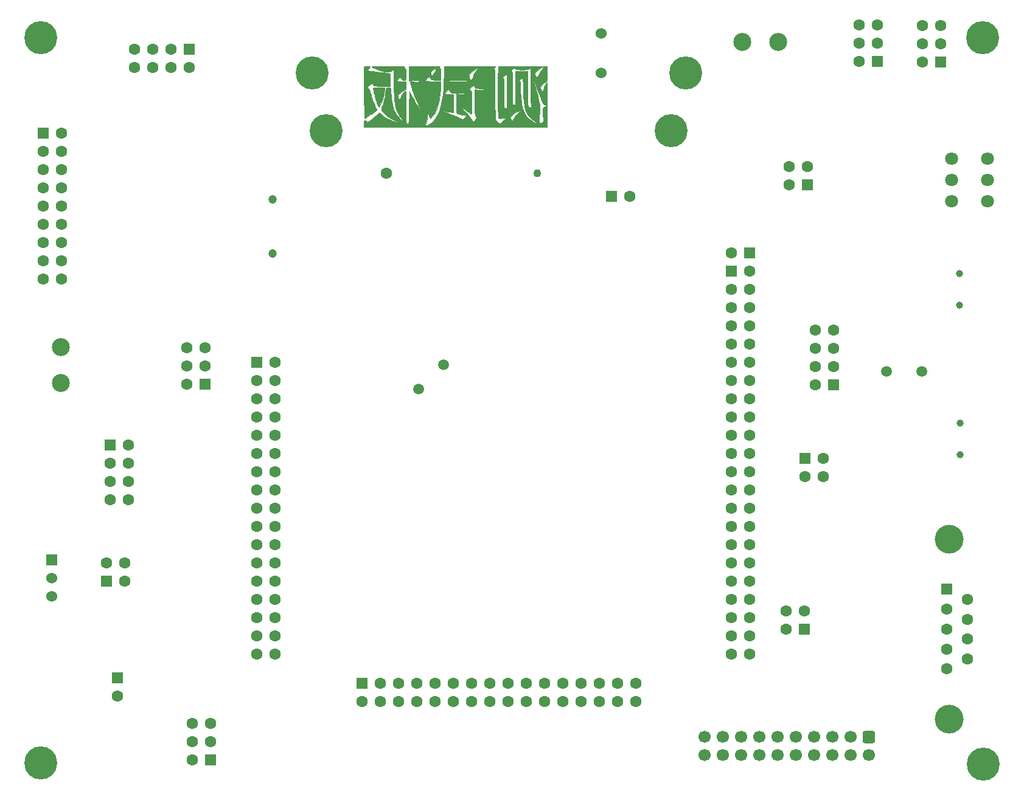
<source format=gbr>
%TF.GenerationSoftware,KiCad,Pcbnew,(5.1.10-1-10_14)*%
%TF.CreationDate,2021-07-27T16:47:55+08:00*%
%TF.ProjectId,mySTM32,6d795354-4d33-4322-9e6b-696361645f70,rev?*%
%TF.SameCoordinates,Original*%
%TF.FileFunction,Soldermask,Bot*%
%TF.FilePolarity,Negative*%
%FSLAX46Y46*%
G04 Gerber Fmt 4.6, Leading zero omitted, Abs format (unit mm)*
G04 Created by KiCad (PCBNEW (5.1.10-1-10_14)) date 2021-07-27 16:47:55*
%MOMM*%
%LPD*%
G01*
G04 APERTURE LIST*
%ADD10C,0.010000*%
%ADD11C,1.600000*%
%ADD12R,1.600000X1.600000*%
%ADD13C,1.200000*%
%ADD14C,1.524000*%
%ADD15C,4.600000*%
%ADD16C,1.500000*%
%ADD17C,1.100000*%
%ADD18C,1.800000*%
%ADD19C,1.700000*%
%ADD20C,1.000000*%
%ADD21C,4.000000*%
%ADD22C,2.500000*%
%ADD23R,1.524000X1.524000*%
G04 APERTURE END LIST*
D10*
%TO.C,G\u002A\u002A\u002A*%
G36*
X79930391Y-40451041D02*
G01*
X79789475Y-40507572D01*
X79735022Y-40631473D01*
X79753315Y-40848563D01*
X79830640Y-41184664D01*
X79927694Y-41564094D01*
X80064613Y-42060167D01*
X80204844Y-42491097D01*
X80338633Y-42832168D01*
X80456225Y-43058664D01*
X80547865Y-43145869D01*
X80552075Y-43146133D01*
X80616290Y-43072834D01*
X80720360Y-42877437D01*
X80845479Y-42596694D01*
X80892283Y-42481232D01*
X81119832Y-41854225D01*
X81260979Y-41335865D01*
X81323781Y-40894265D01*
X81328731Y-40754300D01*
X81330800Y-40436800D01*
X80526467Y-40436800D01*
X80171483Y-40436057D01*
X79930391Y-40451041D01*
G37*
X79930391Y-40451041D02*
X79789475Y-40507572D01*
X79735022Y-40631473D01*
X79753315Y-40848563D01*
X79830640Y-41184664D01*
X79927694Y-41564094D01*
X80064613Y-42060167D01*
X80204844Y-42491097D01*
X80338633Y-42832168D01*
X80456225Y-43058664D01*
X80547865Y-43145869D01*
X80552075Y-43146133D01*
X80616290Y-43072834D01*
X80720360Y-42877437D01*
X80845479Y-42596694D01*
X80892283Y-42481232D01*
X81119832Y-41854225D01*
X81260979Y-41335865D01*
X81323781Y-40894265D01*
X81328731Y-40754300D01*
X81330800Y-40436800D01*
X80526467Y-40436800D01*
X80171483Y-40436057D01*
X79930391Y-40451041D01*
G36*
X78514418Y-37488324D02*
G01*
X78484448Y-37497597D01*
X78477721Y-37586765D01*
X78472447Y-37827687D01*
X78468683Y-38202791D01*
X78466488Y-38694501D01*
X78465920Y-39285246D01*
X78467037Y-39957452D01*
X78469896Y-40693545D01*
X78472381Y-41143652D01*
X78494467Y-44755555D01*
X78917800Y-44533562D01*
X79139893Y-44405859D01*
X79409161Y-44235104D01*
X79689043Y-44046723D01*
X79942976Y-43866142D01*
X80134397Y-43718785D01*
X80226744Y-43630078D01*
X80230134Y-43620981D01*
X80197336Y-43536691D01*
X80110128Y-43336949D01*
X79985290Y-43059947D01*
X79943040Y-42967557D01*
X79788456Y-42595476D01*
X79621192Y-42137041D01*
X79469097Y-41670309D01*
X79417717Y-41495133D01*
X79287115Y-41076226D01*
X79160123Y-40751339D01*
X79049297Y-40551111D01*
X79016549Y-40516070D01*
X78929059Y-40432109D01*
X78927253Y-40356099D01*
X79028628Y-40248365D01*
X79193725Y-40114297D01*
X79533841Y-39844920D01*
X79672273Y-40056193D01*
X79733646Y-40141008D01*
X79807092Y-40199413D01*
X79922502Y-40236335D01*
X80109765Y-40256696D01*
X80398771Y-40265421D01*
X80819411Y-40267435D01*
X80954714Y-40267467D01*
X82098724Y-40267467D01*
X82074596Y-39399633D01*
X82050467Y-38531800D01*
X81076800Y-38385233D01*
X80610674Y-38317659D01*
X80131648Y-38252539D01*
X79707086Y-38198833D01*
X79485407Y-38173567D01*
X78867681Y-38108467D01*
X79087356Y-37812133D01*
X79307031Y-37515800D01*
X78912815Y-37489623D01*
X78672737Y-37480798D01*
X78514418Y-37488324D01*
G37*
X78514418Y-37488324D02*
X78484448Y-37497597D01*
X78477721Y-37586765D01*
X78472447Y-37827687D01*
X78468683Y-38202791D01*
X78466488Y-38694501D01*
X78465920Y-39285246D01*
X78467037Y-39957452D01*
X78469896Y-40693545D01*
X78472381Y-41143652D01*
X78494467Y-44755555D01*
X78917800Y-44533562D01*
X79139893Y-44405859D01*
X79409161Y-44235104D01*
X79689043Y-44046723D01*
X79942976Y-43866142D01*
X80134397Y-43718785D01*
X80226744Y-43630078D01*
X80230134Y-43620981D01*
X80197336Y-43536691D01*
X80110128Y-43336949D01*
X79985290Y-43059947D01*
X79943040Y-42967557D01*
X79788456Y-42595476D01*
X79621192Y-42137041D01*
X79469097Y-41670309D01*
X79417717Y-41495133D01*
X79287115Y-41076226D01*
X79160123Y-40751339D01*
X79049297Y-40551111D01*
X79016549Y-40516070D01*
X78929059Y-40432109D01*
X78927253Y-40356099D01*
X79028628Y-40248365D01*
X79193725Y-40114297D01*
X79533841Y-39844920D01*
X79672273Y-40056193D01*
X79733646Y-40141008D01*
X79807092Y-40199413D01*
X79922502Y-40236335D01*
X80109765Y-40256696D01*
X80398771Y-40265421D01*
X80819411Y-40267435D01*
X80954714Y-40267467D01*
X82098724Y-40267467D01*
X82074596Y-39399633D01*
X82050467Y-38531800D01*
X81076800Y-38385233D01*
X80610674Y-38317659D01*
X80131648Y-38252539D01*
X79707086Y-38198833D01*
X79485407Y-38173567D01*
X78867681Y-38108467D01*
X79087356Y-37812133D01*
X79307031Y-37515800D01*
X78912815Y-37489623D01*
X78672737Y-37480798D01*
X78514418Y-37488324D01*
G36*
X97133144Y-37790967D02*
G01*
X97119731Y-37956805D01*
X97108368Y-38264137D01*
X97099048Y-38689755D01*
X97091764Y-39210452D01*
X97086509Y-39803020D01*
X97083279Y-40444253D01*
X97082064Y-41110943D01*
X97082861Y-41779883D01*
X97085661Y-42427865D01*
X97090459Y-43031683D01*
X97097248Y-43568130D01*
X97106021Y-44013998D01*
X97116772Y-44346079D01*
X97129495Y-44541167D01*
X97135034Y-44575273D01*
X97172197Y-44679154D01*
X97240135Y-44734990D01*
X97378668Y-44751931D01*
X97627616Y-44739126D01*
X97790045Y-44725777D01*
X98391134Y-44674808D01*
X98066407Y-44847534D01*
X97823738Y-45017541D01*
X97630640Y-45221664D01*
X97600741Y-45267995D01*
X97473318Y-45451797D01*
X97347614Y-45500842D01*
X97177121Y-45419794D01*
X97049656Y-45323255D01*
X96834496Y-45056581D01*
X96735843Y-44752175D01*
X96719248Y-44582907D01*
X96703780Y-44265638D01*
X96689895Y-43821700D01*
X96678044Y-43272425D01*
X96668682Y-42639144D01*
X96662262Y-41943188D01*
X96659238Y-41205890D01*
X96659154Y-41144358D01*
X96658346Y-40664519D01*
X95164500Y-40664519D01*
X95140904Y-40721762D01*
X95031709Y-40784899D01*
X94822082Y-40808825D01*
X94480130Y-40796938D01*
X94453204Y-40795052D01*
X93861467Y-40752714D01*
X93861467Y-42523251D01*
X93863274Y-43133861D01*
X93869758Y-43598102D01*
X93882510Y-43938910D01*
X93903124Y-44179221D01*
X93933191Y-44341971D01*
X93974305Y-44450097D01*
X93997930Y-44488617D01*
X94076382Y-44622638D01*
X94066028Y-44729621D01*
X93952524Y-44872670D01*
X93897423Y-44930790D01*
X93745016Y-45085581D01*
X93652177Y-45171769D01*
X93641902Y-45178133D01*
X93586699Y-45115595D01*
X93462508Y-44953434D01*
X93332045Y-44775967D01*
X93139874Y-44529417D01*
X92973658Y-44331467D01*
X92646495Y-44331467D01*
X92623225Y-44395907D01*
X92536261Y-44557572D01*
X92492768Y-44632569D01*
X92362140Y-44810109D01*
X92248446Y-44892936D01*
X92220457Y-44891701D01*
X92108179Y-44845045D01*
X91873567Y-44749522D01*
X91551465Y-44619268D01*
X91194467Y-44475545D01*
X90759021Y-44300741D01*
X90316910Y-44123508D01*
X89928148Y-43967893D01*
X89712800Y-43881873D01*
X89433226Y-43764022D01*
X89306063Y-43693367D01*
X89333677Y-43669514D01*
X89518434Y-43692069D01*
X89862701Y-43760639D01*
X90110930Y-43815566D01*
X90432989Y-43882109D01*
X90687758Y-43922934D01*
X90833899Y-43931863D01*
X90851763Y-43926282D01*
X90868047Y-43829599D01*
X90881831Y-43594485D01*
X90892013Y-43251836D01*
X90897494Y-42832547D01*
X90898134Y-42624022D01*
X90898134Y-41368133D01*
X90263134Y-41368133D01*
X89959609Y-41359800D01*
X89735077Y-41337758D01*
X89630909Y-41306441D01*
X89628134Y-41300075D01*
X89684060Y-41205670D01*
X89825892Y-41043769D01*
X89915837Y-40953164D01*
X90203541Y-40674311D01*
X90397426Y-40936556D01*
X90591312Y-41198800D01*
X91608323Y-41198800D01*
X92043630Y-41202097D01*
X92330141Y-41213560D01*
X92488292Y-41235543D01*
X92538521Y-41270401D01*
X92520255Y-41303879D01*
X92354963Y-41367439D01*
X92037986Y-41386290D01*
X91868321Y-41380836D01*
X91321467Y-41352713D01*
X91321467Y-42709384D01*
X91323085Y-43220825D01*
X91329687Y-43587733D01*
X91343897Y-43834893D01*
X91368336Y-43987088D01*
X91405629Y-44069104D01*
X91458399Y-44105723D01*
X91469634Y-44109374D01*
X91604249Y-44140442D01*
X91838403Y-44187905D01*
X92116084Y-44241191D01*
X92381280Y-44289732D01*
X92577979Y-44322957D01*
X92646495Y-44331467D01*
X92973658Y-44331467D01*
X92875767Y-44214888D01*
X92585421Y-43886207D01*
X92469508Y-43759967D01*
X92236291Y-43502587D01*
X92063172Y-43298306D01*
X91971377Y-43173009D01*
X91966210Y-43146133D01*
X92058304Y-43194968D01*
X92250585Y-43326287D01*
X92510598Y-43517315D01*
X92683978Y-43649848D01*
X92965739Y-43859381D01*
X93197293Y-44014994D01*
X93347475Y-44096640D01*
X93385974Y-44101404D01*
X93402688Y-44003879D01*
X93417182Y-43764959D01*
X93428533Y-43412576D01*
X93435818Y-42974664D01*
X93438134Y-42523646D01*
X93436961Y-41977153D01*
X93431665Y-41573985D01*
X93419580Y-41288143D01*
X93398041Y-41093623D01*
X93364382Y-40964426D01*
X93315936Y-40874549D01*
X93262561Y-40811158D01*
X93086988Y-40624269D01*
X93392440Y-40391290D01*
X93582991Y-40252847D01*
X93691626Y-40210793D01*
X93769244Y-40256475D01*
X93819320Y-40318722D01*
X93915414Y-40468425D01*
X93943441Y-40542633D01*
X94022595Y-40572780D01*
X94229770Y-40595178D01*
X94523698Y-40605783D01*
X94591501Y-40606133D01*
X94916979Y-40610795D01*
X95099306Y-40628432D01*
X95164500Y-40664519D01*
X96658346Y-40664519D01*
X96657760Y-40317190D01*
X96655160Y-39643370D01*
X96650617Y-39106910D01*
X96643391Y-38691825D01*
X96632745Y-38382130D01*
X96617941Y-38161839D01*
X96598239Y-38014965D01*
X96572901Y-37925523D01*
X96541189Y-37877528D01*
X96507300Y-37856833D01*
X96436268Y-37806803D01*
X96468662Y-37763865D01*
X94264754Y-37763865D01*
X94235217Y-37842132D01*
X94126044Y-38011689D01*
X94005508Y-38176560D01*
X93831784Y-38429651D01*
X93701875Y-38665192D01*
X93660375Y-38773813D01*
X93553188Y-39138920D01*
X93449775Y-39345878D01*
X93340237Y-39405316D01*
X93214674Y-39327865D01*
X93180390Y-39289288D01*
X93084070Y-39056436D01*
X93093389Y-38773176D01*
X93203248Y-38517208D01*
X93233523Y-38479787D01*
X93377010Y-38346345D01*
X93586758Y-38180903D01*
X93821695Y-38011974D01*
X94040747Y-37868073D01*
X94202841Y-37777714D01*
X94264754Y-37763865D01*
X96468662Y-37763865D01*
X96487578Y-37738793D01*
X96655467Y-37639657D01*
X96723690Y-37601334D01*
X96763214Y-37569703D01*
X96760391Y-37544103D01*
X96701573Y-37523876D01*
X96573112Y-37508360D01*
X96361360Y-37496898D01*
X96052667Y-37488830D01*
X95633387Y-37483495D01*
X95089871Y-37480234D01*
X94408470Y-37478389D01*
X93575537Y-37477298D01*
X93289967Y-37477015D01*
X89628134Y-37473467D01*
X89627398Y-38002633D01*
X89617520Y-38381219D01*
X89593027Y-38774700D01*
X89573271Y-38976300D01*
X89519881Y-39420800D01*
X91180017Y-39420800D01*
X91764124Y-39422774D01*
X92197584Y-39429558D01*
X92499047Y-39442443D01*
X92687162Y-39462721D01*
X92780578Y-39491684D01*
X92797946Y-39530624D01*
X92797169Y-39532815D01*
X92749400Y-39572559D01*
X92628274Y-39599896D01*
X92413825Y-39615716D01*
X92086087Y-39620912D01*
X91625093Y-39616374D01*
X91148826Y-39606379D01*
X89543467Y-39567928D01*
X89541546Y-39811864D01*
X89506378Y-40650740D01*
X89418423Y-41499431D01*
X89284585Y-42322170D01*
X89111767Y-43083189D01*
X88906873Y-43746723D01*
X88681426Y-44268282D01*
X88435335Y-44671783D01*
X88148739Y-45042434D01*
X87849201Y-45352594D01*
X87564284Y-45574622D01*
X87321550Y-45680878D01*
X87267552Y-45686133D01*
X87012594Y-45686133D01*
X87143149Y-45246507D01*
X87222029Y-44790050D01*
X87217648Y-44220691D01*
X87129819Y-43521662D01*
X87123542Y-43484800D01*
X87132838Y-43465231D01*
X87187195Y-43582905D01*
X87276842Y-43814852D01*
X87348683Y-44013967D01*
X87469710Y-44336691D01*
X87577540Y-44588270D01*
X87656292Y-44733274D01*
X87680742Y-44754800D01*
X87781699Y-44688050D01*
X87938178Y-44513722D01*
X88120708Y-44270696D01*
X88299820Y-43997853D01*
X88430092Y-43766164D01*
X88613249Y-43314074D01*
X88778738Y-42732807D01*
X88919359Y-42062194D01*
X89027908Y-41342069D01*
X89097185Y-40612263D01*
X89120063Y-39949967D01*
X89120134Y-39590133D01*
X88019467Y-39590133D01*
X87610028Y-39585222D01*
X87269648Y-39571786D01*
X87029762Y-39551767D01*
X86921804Y-39527110D01*
X86918800Y-39522075D01*
X86974651Y-39427039D01*
X87115686Y-39266073D01*
X87195140Y-39186179D01*
X87471479Y-38918340D01*
X87639640Y-39169327D01*
X87733635Y-39295917D01*
X87834993Y-39370722D01*
X87988383Y-39407355D01*
X88238475Y-39419431D01*
X88463967Y-39420556D01*
X89120134Y-39420800D01*
X89120134Y-38613809D01*
X89114575Y-38219549D01*
X89095011Y-37965182D01*
X89072296Y-37879078D01*
X88536791Y-37879078D01*
X88434731Y-38040020D01*
X88404919Y-38076283D01*
X88221865Y-38318922D01*
X88067763Y-38563431D01*
X88053759Y-38589683D01*
X87920746Y-38769415D01*
X87808116Y-38786512D01*
X87737044Y-38647672D01*
X87723134Y-38485105D01*
X87745616Y-38290539D01*
X87840708Y-38152861D01*
X88049876Y-38013497D01*
X88061800Y-38006720D01*
X88347005Y-37861755D01*
X88506442Y-37819432D01*
X88536791Y-37879078D01*
X89072296Y-37879078D01*
X89057116Y-37821542D01*
X88996559Y-37759465D01*
X88993134Y-37758084D01*
X88875443Y-37666913D01*
X88917886Y-37572481D01*
X89014300Y-37531829D01*
X88973767Y-37521209D01*
X88784100Y-37510970D01*
X88465496Y-37501585D01*
X88038155Y-37493526D01*
X87522275Y-37487267D01*
X86939967Y-37483288D01*
X84717467Y-37473467D01*
X84717467Y-39529335D01*
X85437134Y-39484437D01*
X85820601Y-39467836D01*
X86051034Y-39478844D01*
X86143108Y-39521668D01*
X86111498Y-39600518D01*
X86048071Y-39659637D01*
X85862356Y-39708157D01*
X85603571Y-39672024D01*
X85249182Y-39603059D01*
X85028369Y-39597809D01*
X84916341Y-39660039D01*
X84888047Y-39780633D01*
X84920791Y-39983363D01*
X85009062Y-40306745D01*
X85140492Y-40716305D01*
X85302715Y-41177568D01*
X85483362Y-41656061D01*
X85670064Y-42117309D01*
X85850455Y-42526839D01*
X85939688Y-42711957D01*
X86097195Y-43032596D01*
X86216081Y-43288279D01*
X86282120Y-43447527D01*
X86288928Y-43484800D01*
X86209575Y-43416356D01*
X86066374Y-43231478D01*
X85879332Y-42960842D01*
X85668454Y-42635128D01*
X85453747Y-42285014D01*
X85255217Y-41941178D01*
X85129445Y-41706800D01*
X84759800Y-40987133D01*
X84737251Y-43251967D01*
X84729571Y-43949165D01*
X84720249Y-44493743D01*
X84706586Y-44902413D01*
X84685886Y-45191885D01*
X84655453Y-45378870D01*
X84612590Y-45480078D01*
X84554599Y-45512219D01*
X84478784Y-45492006D01*
X84384548Y-45437477D01*
X84347176Y-45389478D01*
X84318810Y-45286518D01*
X84298651Y-45110155D01*
X84285900Y-44841945D01*
X84279758Y-44463442D01*
X84279426Y-43956204D01*
X84284105Y-43301787D01*
X84285560Y-43152774D01*
X84289572Y-42452035D01*
X84286536Y-41871439D01*
X84276750Y-41422043D01*
X84260508Y-41114901D01*
X84238108Y-40961069D01*
X84226361Y-40944800D01*
X84118299Y-41012518D01*
X83963429Y-41186809D01*
X83793765Y-41424376D01*
X83641321Y-41681922D01*
X83568997Y-41833833D01*
X83447658Y-42058188D01*
X83335684Y-42115886D01*
X83224734Y-42008677D01*
X83176947Y-41916020D01*
X83150560Y-41668926D01*
X83293184Y-41414803D01*
X83604652Y-41153872D01*
X83859946Y-41000946D01*
X84301535Y-40760759D01*
X84276668Y-40196613D01*
X84251800Y-39632467D01*
X83601933Y-39590133D01*
X82952065Y-39547800D01*
X83191504Y-39280544D01*
X83430944Y-39013288D01*
X83669958Y-39262765D01*
X83880969Y-39431265D01*
X84066876Y-39488993D01*
X84080386Y-39487687D01*
X84163065Y-39460628D01*
X84216114Y-39385916D01*
X84247957Y-39230149D01*
X84267018Y-38959924D01*
X84276439Y-38710285D01*
X84284126Y-38339360D01*
X84273254Y-38095319D01*
X84236943Y-37936116D01*
X84168313Y-37819705D01*
X84122081Y-37766905D01*
X84011405Y-37621841D01*
X84029335Y-37544778D01*
X84055109Y-37531603D01*
X84003428Y-37519938D01*
X83802360Y-37508946D01*
X83471851Y-37499073D01*
X83031847Y-37490768D01*
X82502295Y-37484474D01*
X81903140Y-37480641D01*
X81756462Y-37480151D01*
X81003445Y-37479101D01*
X80412199Y-37482548D01*
X79975171Y-37493430D01*
X79684806Y-37514686D01*
X79533550Y-37549252D01*
X79513847Y-37600067D01*
X79618144Y-37670069D01*
X79838887Y-37762196D01*
X80168520Y-37879386D01*
X80468907Y-37980886D01*
X81014551Y-38153464D01*
X81432823Y-38258737D01*
X81750528Y-38299426D01*
X81994471Y-38278250D01*
X82191457Y-38197931D01*
X82247274Y-38161381D01*
X82425845Y-38043129D01*
X82540699Y-37983274D01*
X82550371Y-37981467D01*
X82564887Y-38062143D01*
X82577768Y-38288214D01*
X82588379Y-38635747D01*
X82596084Y-39080806D01*
X82600246Y-39599457D01*
X82600800Y-39880340D01*
X82607371Y-40777465D01*
X82629824Y-41529407D01*
X82672274Y-42159906D01*
X82738837Y-42692701D01*
X82833627Y-43151534D01*
X82960757Y-43560145D01*
X83124344Y-43942273D01*
X83328500Y-44321659D01*
X83387797Y-44421234D01*
X83564410Y-44713170D01*
X83729771Y-44986892D01*
X83819563Y-45135800D01*
X83848706Y-45211076D01*
X83774115Y-45163547D01*
X83602798Y-44998511D01*
X83509165Y-44901210D01*
X82999786Y-44273796D01*
X82624653Y-43597307D01*
X82373172Y-42845326D01*
X82234750Y-41991436D01*
X82211097Y-41664467D01*
X82184335Y-41183213D01*
X82157530Y-40846326D01*
X82122623Y-40629026D01*
X82071551Y-40506535D01*
X81996254Y-40454076D01*
X81888672Y-40446871D01*
X81816922Y-40452819D01*
X81546853Y-40479133D01*
X81434802Y-41322696D01*
X81360928Y-41770465D01*
X81260642Y-42236388D01*
X81151583Y-42641804D01*
X81112076Y-42762029D01*
X81001813Y-43075270D01*
X80909132Y-43341110D01*
X80852811Y-43505667D01*
X80850390Y-43512989D01*
X80881904Y-43669671D01*
X81040501Y-43884732D01*
X81303029Y-44138426D01*
X81646339Y-44411007D01*
X82047279Y-44682728D01*
X82482698Y-44933842D01*
X82567561Y-44977668D01*
X82890111Y-45144588D01*
X83144046Y-45282874D01*
X83299334Y-45375730D01*
X83332807Y-45405682D01*
X83236525Y-45398661D01*
X83024873Y-45335886D01*
X82736537Y-45231901D01*
X82410199Y-45101249D01*
X82084542Y-44958472D01*
X81874021Y-44857246D01*
X81525310Y-44663947D01*
X81166191Y-44438123D01*
X80954037Y-44287976D01*
X80548405Y-43978350D01*
X80241103Y-44270561D01*
X80011809Y-44475768D01*
X79713677Y-44725742D01*
X79430881Y-44950992D01*
X79173327Y-45146047D01*
X79013832Y-45248387D01*
X78917765Y-45270495D01*
X78850496Y-45224857D01*
X78812247Y-45174006D01*
X78660420Y-45014985D01*
X78546442Y-45017882D01*
X78475352Y-45178493D01*
X78452134Y-45474467D01*
X78452134Y-45940133D01*
X103936800Y-45940133D01*
X103936800Y-45489584D01*
X102516044Y-45489584D01*
X102420957Y-45458250D01*
X102241034Y-45365277D01*
X101996584Y-45218845D01*
X101854754Y-45126973D01*
X101381617Y-44762347D01*
X100999527Y-44347815D01*
X100701540Y-43864986D01*
X100602981Y-43610801D01*
X100296134Y-43610801D01*
X100238509Y-43686896D01*
X100089942Y-43837016D01*
X99947600Y-43969453D01*
X99701508Y-44231887D01*
X99457510Y-44554738D01*
X99345445Y-44733725D01*
X99194863Y-44981779D01*
X99089781Y-45098415D01*
X99006024Y-45106552D01*
X98974312Y-45085592D01*
X98891324Y-44937060D01*
X98856801Y-44716888D01*
X98856800Y-44716858D01*
X98933353Y-44415811D01*
X99047300Y-44270752D01*
X99189517Y-44165859D01*
X99409660Y-44030421D01*
X99667855Y-43885507D01*
X99924227Y-43752190D01*
X100138903Y-43651542D01*
X100272009Y-43604633D01*
X100296134Y-43610801D01*
X100602981Y-43610801D01*
X100480712Y-43295468D01*
X100330098Y-42620870D01*
X100242755Y-41822799D01*
X100211739Y-40882866D01*
X100211467Y-40774743D01*
X100208134Y-40289101D01*
X100196289Y-39945923D01*
X100173164Y-39718438D01*
X100135994Y-39579872D01*
X100082010Y-39503456D01*
X100079871Y-39501652D01*
X100011224Y-39420052D01*
X100062618Y-39352544D01*
X100216592Y-39279618D01*
X100412370Y-39203331D01*
X100532951Y-39167351D01*
X100538688Y-39166930D01*
X100555967Y-39247333D01*
X100572286Y-39471229D01*
X100586588Y-39812780D01*
X100597816Y-40246147D01*
X100604913Y-40745491D01*
X100605345Y-40796764D01*
X100623083Y-41665012D01*
X100667576Y-42388984D01*
X100748224Y-42992847D01*
X100874427Y-43500767D01*
X101055584Y-43936909D01*
X101301096Y-44325439D01*
X101620363Y-44690525D01*
X102022785Y-45056331D01*
X102370467Y-45334628D01*
X102505984Y-45451103D01*
X102516044Y-45489584D01*
X103936800Y-45489584D01*
X103936800Y-42985608D01*
X103676755Y-43076261D01*
X103476735Y-43180765D01*
X103351265Y-43345109D01*
X103293268Y-43596171D01*
X103295667Y-43960829D01*
X103337780Y-44363790D01*
X103381420Y-44730440D01*
X103396461Y-44969524D01*
X103380895Y-45120707D01*
X103332714Y-45223656D01*
X103291704Y-45273956D01*
X103101465Y-45409319D01*
X102928657Y-45408220D01*
X102815299Y-45272965D01*
X102807565Y-45247362D01*
X102795672Y-45077999D01*
X102807799Y-44796206D01*
X102841205Y-44456757D01*
X102850806Y-44382243D01*
X102902122Y-43859300D01*
X102907925Y-43347875D01*
X102892223Y-43156687D01*
X101716075Y-43156687D01*
X101636508Y-43225716D01*
X101443253Y-43185727D01*
X101368290Y-43157665D01*
X101323493Y-43131315D01*
X101288357Y-43079315D01*
X101261828Y-42983204D01*
X101242852Y-42824517D01*
X101230374Y-42584791D01*
X101223339Y-42245565D01*
X101220695Y-41788374D01*
X101221384Y-41194755D01*
X101223566Y-40623616D01*
X101234352Y-38150800D01*
X99534134Y-38150800D01*
X99534134Y-42911883D01*
X99343634Y-42860831D01*
X99177819Y-42820319D01*
X99110800Y-42808689D01*
X99100552Y-42727400D01*
X99093223Y-42498793D01*
X99088958Y-42144863D01*
X99087902Y-41687603D01*
X99090200Y-41149006D01*
X99091470Y-41017698D01*
X98306467Y-41017698D01*
X98306467Y-43376579D01*
X97869285Y-43224165D01*
X97908789Y-41235927D01*
X97920335Y-40595737D01*
X97925659Y-40103430D01*
X97923780Y-39737640D01*
X97913718Y-39476999D01*
X97894494Y-39300138D01*
X97865128Y-39185689D01*
X97824639Y-39112285D01*
X97810627Y-39095570D01*
X97734533Y-38991586D01*
X97762089Y-38916510D01*
X97916705Y-38827474D01*
X97971420Y-38801125D01*
X98165341Y-38710655D01*
X98278517Y-38661671D01*
X98288173Y-38658808D01*
X98292921Y-38739898D01*
X98297211Y-38968846D01*
X98300876Y-39324176D01*
X98303749Y-39784414D01*
X98305665Y-40328085D01*
X98306456Y-40933714D01*
X98306467Y-41017698D01*
X99091470Y-41017698D01*
X99095931Y-40556638D01*
X99103403Y-39875831D01*
X99106574Y-39344692D01*
X99104473Y-38943590D01*
X99096131Y-38652893D01*
X99080576Y-38452969D01*
X99056838Y-38324186D01*
X99023946Y-38246911D01*
X98980931Y-38201514D01*
X98979452Y-38200423D01*
X98896544Y-38119633D01*
X98922690Y-38038486D01*
X99069240Y-37911318D01*
X99266192Y-37771019D01*
X99391134Y-37739644D01*
X99496085Y-37810833D01*
X99534134Y-37854467D01*
X99677604Y-37923373D01*
X99942061Y-37967534D01*
X100280984Y-37987005D01*
X100647851Y-37981839D01*
X100996141Y-37952092D01*
X101279334Y-37897816D01*
X101401005Y-37852292D01*
X101650800Y-37723118D01*
X101650800Y-40212376D01*
X101652567Y-40858103D01*
X101657560Y-41459754D01*
X101665318Y-41993357D01*
X101675381Y-42434941D01*
X101687288Y-42760535D01*
X101700579Y-42946169D01*
X101703717Y-42966217D01*
X101716075Y-43156687D01*
X102892223Y-43156687D01*
X102864057Y-42813754D01*
X102766363Y-42222722D01*
X102610685Y-41540564D01*
X102418528Y-40823851D01*
X102285596Y-40344547D01*
X102172688Y-39924303D01*
X102086457Y-39588999D01*
X102033558Y-39364517D01*
X102020647Y-39276737D01*
X102020715Y-39276663D01*
X102057617Y-39340543D01*
X102137919Y-39536042D01*
X102250502Y-39834463D01*
X102384244Y-40207108D01*
X102412063Y-40286613D01*
X102663832Y-41004424D01*
X102870205Y-41577658D01*
X103039316Y-42022387D01*
X103179302Y-42354681D01*
X103298301Y-42590611D01*
X103404448Y-42746250D01*
X103505880Y-42837667D01*
X103610734Y-42880935D01*
X103727146Y-42892125D01*
X103731181Y-42892133D01*
X103936800Y-42892133D01*
X103934918Y-41304633D01*
X103933035Y-39717133D01*
X103767456Y-39928800D01*
X103639457Y-40139342D01*
X103510430Y-40422556D01*
X103466201Y-40542633D01*
X103377492Y-40772846D01*
X103300179Y-40918373D01*
X103269596Y-40944800D01*
X103133641Y-40871428D01*
X103032335Y-40695989D01*
X103005467Y-40541300D01*
X103053555Y-40271378D01*
X103214704Y-40043040D01*
X103514244Y-39822099D01*
X103557358Y-39796411D01*
X103936800Y-39574043D01*
X103936800Y-37596504D01*
X103410727Y-37596504D01*
X103387005Y-37678880D01*
X103279760Y-37835941D01*
X103236226Y-37889550D01*
X103074269Y-38119735D01*
X102903813Y-38418138D01*
X102829599Y-38570459D01*
X102674143Y-38857403D01*
X102537290Y-38980667D01*
X102411651Y-38943902D01*
X102323913Y-38820247D01*
X102257859Y-38583544D01*
X102329143Y-38353888D01*
X102547292Y-38114563D01*
X102852337Y-37892965D01*
X103108921Y-37735254D01*
X103306426Y-37629050D01*
X103406740Y-37594588D01*
X103410727Y-37596504D01*
X103936800Y-37596504D01*
X103936800Y-37473467D01*
X97185623Y-37473467D01*
X97133144Y-37790967D01*
G37*
X97133144Y-37790967D02*
X97119731Y-37956805D01*
X97108368Y-38264137D01*
X97099048Y-38689755D01*
X97091764Y-39210452D01*
X97086509Y-39803020D01*
X97083279Y-40444253D01*
X97082064Y-41110943D01*
X97082861Y-41779883D01*
X97085661Y-42427865D01*
X97090459Y-43031683D01*
X97097248Y-43568130D01*
X97106021Y-44013998D01*
X97116772Y-44346079D01*
X97129495Y-44541167D01*
X97135034Y-44575273D01*
X97172197Y-44679154D01*
X97240135Y-44734990D01*
X97378668Y-44751931D01*
X97627616Y-44739126D01*
X97790045Y-44725777D01*
X98391134Y-44674808D01*
X98066407Y-44847534D01*
X97823738Y-45017541D01*
X97630640Y-45221664D01*
X97600741Y-45267995D01*
X97473318Y-45451797D01*
X97347614Y-45500842D01*
X97177121Y-45419794D01*
X97049656Y-45323255D01*
X96834496Y-45056581D01*
X96735843Y-44752175D01*
X96719248Y-44582907D01*
X96703780Y-44265638D01*
X96689895Y-43821700D01*
X96678044Y-43272425D01*
X96668682Y-42639144D01*
X96662262Y-41943188D01*
X96659238Y-41205890D01*
X96659154Y-41144358D01*
X96658346Y-40664519D01*
X95164500Y-40664519D01*
X95140904Y-40721762D01*
X95031709Y-40784899D01*
X94822082Y-40808825D01*
X94480130Y-40796938D01*
X94453204Y-40795052D01*
X93861467Y-40752714D01*
X93861467Y-42523251D01*
X93863274Y-43133861D01*
X93869758Y-43598102D01*
X93882510Y-43938910D01*
X93903124Y-44179221D01*
X93933191Y-44341971D01*
X93974305Y-44450097D01*
X93997930Y-44488617D01*
X94076382Y-44622638D01*
X94066028Y-44729621D01*
X93952524Y-44872670D01*
X93897423Y-44930790D01*
X93745016Y-45085581D01*
X93652177Y-45171769D01*
X93641902Y-45178133D01*
X93586699Y-45115595D01*
X93462508Y-44953434D01*
X93332045Y-44775967D01*
X93139874Y-44529417D01*
X92973658Y-44331467D01*
X92646495Y-44331467D01*
X92623225Y-44395907D01*
X92536261Y-44557572D01*
X92492768Y-44632569D01*
X92362140Y-44810109D01*
X92248446Y-44892936D01*
X92220457Y-44891701D01*
X92108179Y-44845045D01*
X91873567Y-44749522D01*
X91551465Y-44619268D01*
X91194467Y-44475545D01*
X90759021Y-44300741D01*
X90316910Y-44123508D01*
X89928148Y-43967893D01*
X89712800Y-43881873D01*
X89433226Y-43764022D01*
X89306063Y-43693367D01*
X89333677Y-43669514D01*
X89518434Y-43692069D01*
X89862701Y-43760639D01*
X90110930Y-43815566D01*
X90432989Y-43882109D01*
X90687758Y-43922934D01*
X90833899Y-43931863D01*
X90851763Y-43926282D01*
X90868047Y-43829599D01*
X90881831Y-43594485D01*
X90892013Y-43251836D01*
X90897494Y-42832547D01*
X90898134Y-42624022D01*
X90898134Y-41368133D01*
X90263134Y-41368133D01*
X89959609Y-41359800D01*
X89735077Y-41337758D01*
X89630909Y-41306441D01*
X89628134Y-41300075D01*
X89684060Y-41205670D01*
X89825892Y-41043769D01*
X89915837Y-40953164D01*
X90203541Y-40674311D01*
X90397426Y-40936556D01*
X90591312Y-41198800D01*
X91608323Y-41198800D01*
X92043630Y-41202097D01*
X92330141Y-41213560D01*
X92488292Y-41235543D01*
X92538521Y-41270401D01*
X92520255Y-41303879D01*
X92354963Y-41367439D01*
X92037986Y-41386290D01*
X91868321Y-41380836D01*
X91321467Y-41352713D01*
X91321467Y-42709384D01*
X91323085Y-43220825D01*
X91329687Y-43587733D01*
X91343897Y-43834893D01*
X91368336Y-43987088D01*
X91405629Y-44069104D01*
X91458399Y-44105723D01*
X91469634Y-44109374D01*
X91604249Y-44140442D01*
X91838403Y-44187905D01*
X92116084Y-44241191D01*
X92381280Y-44289732D01*
X92577979Y-44322957D01*
X92646495Y-44331467D01*
X92973658Y-44331467D01*
X92875767Y-44214888D01*
X92585421Y-43886207D01*
X92469508Y-43759967D01*
X92236291Y-43502587D01*
X92063172Y-43298306D01*
X91971377Y-43173009D01*
X91966210Y-43146133D01*
X92058304Y-43194968D01*
X92250585Y-43326287D01*
X92510598Y-43517315D01*
X92683978Y-43649848D01*
X92965739Y-43859381D01*
X93197293Y-44014994D01*
X93347475Y-44096640D01*
X93385974Y-44101404D01*
X93402688Y-44003879D01*
X93417182Y-43764959D01*
X93428533Y-43412576D01*
X93435818Y-42974664D01*
X93438134Y-42523646D01*
X93436961Y-41977153D01*
X93431665Y-41573985D01*
X93419580Y-41288143D01*
X93398041Y-41093623D01*
X93364382Y-40964426D01*
X93315936Y-40874549D01*
X93262561Y-40811158D01*
X93086988Y-40624269D01*
X93392440Y-40391290D01*
X93582991Y-40252847D01*
X93691626Y-40210793D01*
X93769244Y-40256475D01*
X93819320Y-40318722D01*
X93915414Y-40468425D01*
X93943441Y-40542633D01*
X94022595Y-40572780D01*
X94229770Y-40595178D01*
X94523698Y-40605783D01*
X94591501Y-40606133D01*
X94916979Y-40610795D01*
X95099306Y-40628432D01*
X95164500Y-40664519D01*
X96658346Y-40664519D01*
X96657760Y-40317190D01*
X96655160Y-39643370D01*
X96650617Y-39106910D01*
X96643391Y-38691825D01*
X96632745Y-38382130D01*
X96617941Y-38161839D01*
X96598239Y-38014965D01*
X96572901Y-37925523D01*
X96541189Y-37877528D01*
X96507300Y-37856833D01*
X96436268Y-37806803D01*
X96468662Y-37763865D01*
X94264754Y-37763865D01*
X94235217Y-37842132D01*
X94126044Y-38011689D01*
X94005508Y-38176560D01*
X93831784Y-38429651D01*
X93701875Y-38665192D01*
X93660375Y-38773813D01*
X93553188Y-39138920D01*
X93449775Y-39345878D01*
X93340237Y-39405316D01*
X93214674Y-39327865D01*
X93180390Y-39289288D01*
X93084070Y-39056436D01*
X93093389Y-38773176D01*
X93203248Y-38517208D01*
X93233523Y-38479787D01*
X93377010Y-38346345D01*
X93586758Y-38180903D01*
X93821695Y-38011974D01*
X94040747Y-37868073D01*
X94202841Y-37777714D01*
X94264754Y-37763865D01*
X96468662Y-37763865D01*
X96487578Y-37738793D01*
X96655467Y-37639657D01*
X96723690Y-37601334D01*
X96763214Y-37569703D01*
X96760391Y-37544103D01*
X96701573Y-37523876D01*
X96573112Y-37508360D01*
X96361360Y-37496898D01*
X96052667Y-37488830D01*
X95633387Y-37483495D01*
X95089871Y-37480234D01*
X94408470Y-37478389D01*
X93575537Y-37477298D01*
X93289967Y-37477015D01*
X89628134Y-37473467D01*
X89627398Y-38002633D01*
X89617520Y-38381219D01*
X89593027Y-38774700D01*
X89573271Y-38976300D01*
X89519881Y-39420800D01*
X91180017Y-39420800D01*
X91764124Y-39422774D01*
X92197584Y-39429558D01*
X92499047Y-39442443D01*
X92687162Y-39462721D01*
X92780578Y-39491684D01*
X92797946Y-39530624D01*
X92797169Y-39532815D01*
X92749400Y-39572559D01*
X92628274Y-39599896D01*
X92413825Y-39615716D01*
X92086087Y-39620912D01*
X91625093Y-39616374D01*
X91148826Y-39606379D01*
X89543467Y-39567928D01*
X89541546Y-39811864D01*
X89506378Y-40650740D01*
X89418423Y-41499431D01*
X89284585Y-42322170D01*
X89111767Y-43083189D01*
X88906873Y-43746723D01*
X88681426Y-44268282D01*
X88435335Y-44671783D01*
X88148739Y-45042434D01*
X87849201Y-45352594D01*
X87564284Y-45574622D01*
X87321550Y-45680878D01*
X87267552Y-45686133D01*
X87012594Y-45686133D01*
X87143149Y-45246507D01*
X87222029Y-44790050D01*
X87217648Y-44220691D01*
X87129819Y-43521662D01*
X87123542Y-43484800D01*
X87132838Y-43465231D01*
X87187195Y-43582905D01*
X87276842Y-43814852D01*
X87348683Y-44013967D01*
X87469710Y-44336691D01*
X87577540Y-44588270D01*
X87656292Y-44733274D01*
X87680742Y-44754800D01*
X87781699Y-44688050D01*
X87938178Y-44513722D01*
X88120708Y-44270696D01*
X88299820Y-43997853D01*
X88430092Y-43766164D01*
X88613249Y-43314074D01*
X88778738Y-42732807D01*
X88919359Y-42062194D01*
X89027908Y-41342069D01*
X89097185Y-40612263D01*
X89120063Y-39949967D01*
X89120134Y-39590133D01*
X88019467Y-39590133D01*
X87610028Y-39585222D01*
X87269648Y-39571786D01*
X87029762Y-39551767D01*
X86921804Y-39527110D01*
X86918800Y-39522075D01*
X86974651Y-39427039D01*
X87115686Y-39266073D01*
X87195140Y-39186179D01*
X87471479Y-38918340D01*
X87639640Y-39169327D01*
X87733635Y-39295917D01*
X87834993Y-39370722D01*
X87988383Y-39407355D01*
X88238475Y-39419431D01*
X88463967Y-39420556D01*
X89120134Y-39420800D01*
X89120134Y-38613809D01*
X89114575Y-38219549D01*
X89095011Y-37965182D01*
X89072296Y-37879078D01*
X88536791Y-37879078D01*
X88434731Y-38040020D01*
X88404919Y-38076283D01*
X88221865Y-38318922D01*
X88067763Y-38563431D01*
X88053759Y-38589683D01*
X87920746Y-38769415D01*
X87808116Y-38786512D01*
X87737044Y-38647672D01*
X87723134Y-38485105D01*
X87745616Y-38290539D01*
X87840708Y-38152861D01*
X88049876Y-38013497D01*
X88061800Y-38006720D01*
X88347005Y-37861755D01*
X88506442Y-37819432D01*
X88536791Y-37879078D01*
X89072296Y-37879078D01*
X89057116Y-37821542D01*
X88996559Y-37759465D01*
X88993134Y-37758084D01*
X88875443Y-37666913D01*
X88917886Y-37572481D01*
X89014300Y-37531829D01*
X88973767Y-37521209D01*
X88784100Y-37510970D01*
X88465496Y-37501585D01*
X88038155Y-37493526D01*
X87522275Y-37487267D01*
X86939967Y-37483288D01*
X84717467Y-37473467D01*
X84717467Y-39529335D01*
X85437134Y-39484437D01*
X85820601Y-39467836D01*
X86051034Y-39478844D01*
X86143108Y-39521668D01*
X86111498Y-39600518D01*
X86048071Y-39659637D01*
X85862356Y-39708157D01*
X85603571Y-39672024D01*
X85249182Y-39603059D01*
X85028369Y-39597809D01*
X84916341Y-39660039D01*
X84888047Y-39780633D01*
X84920791Y-39983363D01*
X85009062Y-40306745D01*
X85140492Y-40716305D01*
X85302715Y-41177568D01*
X85483362Y-41656061D01*
X85670064Y-42117309D01*
X85850455Y-42526839D01*
X85939688Y-42711957D01*
X86097195Y-43032596D01*
X86216081Y-43288279D01*
X86282120Y-43447527D01*
X86288928Y-43484800D01*
X86209575Y-43416356D01*
X86066374Y-43231478D01*
X85879332Y-42960842D01*
X85668454Y-42635128D01*
X85453747Y-42285014D01*
X85255217Y-41941178D01*
X85129445Y-41706800D01*
X84759800Y-40987133D01*
X84737251Y-43251967D01*
X84729571Y-43949165D01*
X84720249Y-44493743D01*
X84706586Y-44902413D01*
X84685886Y-45191885D01*
X84655453Y-45378870D01*
X84612590Y-45480078D01*
X84554599Y-45512219D01*
X84478784Y-45492006D01*
X84384548Y-45437477D01*
X84347176Y-45389478D01*
X84318810Y-45286518D01*
X84298651Y-45110155D01*
X84285900Y-44841945D01*
X84279758Y-44463442D01*
X84279426Y-43956204D01*
X84284105Y-43301787D01*
X84285560Y-43152774D01*
X84289572Y-42452035D01*
X84286536Y-41871439D01*
X84276750Y-41422043D01*
X84260508Y-41114901D01*
X84238108Y-40961069D01*
X84226361Y-40944800D01*
X84118299Y-41012518D01*
X83963429Y-41186809D01*
X83793765Y-41424376D01*
X83641321Y-41681922D01*
X83568997Y-41833833D01*
X83447658Y-42058188D01*
X83335684Y-42115886D01*
X83224734Y-42008677D01*
X83176947Y-41916020D01*
X83150560Y-41668926D01*
X83293184Y-41414803D01*
X83604652Y-41153872D01*
X83859946Y-41000946D01*
X84301535Y-40760759D01*
X84276668Y-40196613D01*
X84251800Y-39632467D01*
X83601933Y-39590133D01*
X82952065Y-39547800D01*
X83191504Y-39280544D01*
X83430944Y-39013288D01*
X83669958Y-39262765D01*
X83880969Y-39431265D01*
X84066876Y-39488993D01*
X84080386Y-39487687D01*
X84163065Y-39460628D01*
X84216114Y-39385916D01*
X84247957Y-39230149D01*
X84267018Y-38959924D01*
X84276439Y-38710285D01*
X84284126Y-38339360D01*
X84273254Y-38095319D01*
X84236943Y-37936116D01*
X84168313Y-37819705D01*
X84122081Y-37766905D01*
X84011405Y-37621841D01*
X84029335Y-37544778D01*
X84055109Y-37531603D01*
X84003428Y-37519938D01*
X83802360Y-37508946D01*
X83471851Y-37499073D01*
X83031847Y-37490768D01*
X82502295Y-37484474D01*
X81903140Y-37480641D01*
X81756462Y-37480151D01*
X81003445Y-37479101D01*
X80412199Y-37482548D01*
X79975171Y-37493430D01*
X79684806Y-37514686D01*
X79533550Y-37549252D01*
X79513847Y-37600067D01*
X79618144Y-37670069D01*
X79838887Y-37762196D01*
X80168520Y-37879386D01*
X80468907Y-37980886D01*
X81014551Y-38153464D01*
X81432823Y-38258737D01*
X81750528Y-38299426D01*
X81994471Y-38278250D01*
X82191457Y-38197931D01*
X82247274Y-38161381D01*
X82425845Y-38043129D01*
X82540699Y-37983274D01*
X82550371Y-37981467D01*
X82564887Y-38062143D01*
X82577768Y-38288214D01*
X82588379Y-38635747D01*
X82596084Y-39080806D01*
X82600246Y-39599457D01*
X82600800Y-39880340D01*
X82607371Y-40777465D01*
X82629824Y-41529407D01*
X82672274Y-42159906D01*
X82738837Y-42692701D01*
X82833627Y-43151534D01*
X82960757Y-43560145D01*
X83124344Y-43942273D01*
X83328500Y-44321659D01*
X83387797Y-44421234D01*
X83564410Y-44713170D01*
X83729771Y-44986892D01*
X83819563Y-45135800D01*
X83848706Y-45211076D01*
X83774115Y-45163547D01*
X83602798Y-44998511D01*
X83509165Y-44901210D01*
X82999786Y-44273796D01*
X82624653Y-43597307D01*
X82373172Y-42845326D01*
X82234750Y-41991436D01*
X82211097Y-41664467D01*
X82184335Y-41183213D01*
X82157530Y-40846326D01*
X82122623Y-40629026D01*
X82071551Y-40506535D01*
X81996254Y-40454076D01*
X81888672Y-40446871D01*
X81816922Y-40452819D01*
X81546853Y-40479133D01*
X81434802Y-41322696D01*
X81360928Y-41770465D01*
X81260642Y-42236388D01*
X81151583Y-42641804D01*
X81112076Y-42762029D01*
X81001813Y-43075270D01*
X80909132Y-43341110D01*
X80852811Y-43505667D01*
X80850390Y-43512989D01*
X80881904Y-43669671D01*
X81040501Y-43884732D01*
X81303029Y-44138426D01*
X81646339Y-44411007D01*
X82047279Y-44682728D01*
X82482698Y-44933842D01*
X82567561Y-44977668D01*
X82890111Y-45144588D01*
X83144046Y-45282874D01*
X83299334Y-45375730D01*
X83332807Y-45405682D01*
X83236525Y-45398661D01*
X83024873Y-45335886D01*
X82736537Y-45231901D01*
X82410199Y-45101249D01*
X82084542Y-44958472D01*
X81874021Y-44857246D01*
X81525310Y-44663947D01*
X81166191Y-44438123D01*
X80954037Y-44287976D01*
X80548405Y-43978350D01*
X80241103Y-44270561D01*
X80011809Y-44475768D01*
X79713677Y-44725742D01*
X79430881Y-44950992D01*
X79173327Y-45146047D01*
X79013832Y-45248387D01*
X78917765Y-45270495D01*
X78850496Y-45224857D01*
X78812247Y-45174006D01*
X78660420Y-45014985D01*
X78546442Y-45017882D01*
X78475352Y-45178493D01*
X78452134Y-45474467D01*
X78452134Y-45940133D01*
X103936800Y-45940133D01*
X103936800Y-45489584D01*
X102516044Y-45489584D01*
X102420957Y-45458250D01*
X102241034Y-45365277D01*
X101996584Y-45218845D01*
X101854754Y-45126973D01*
X101381617Y-44762347D01*
X100999527Y-44347815D01*
X100701540Y-43864986D01*
X100602981Y-43610801D01*
X100296134Y-43610801D01*
X100238509Y-43686896D01*
X100089942Y-43837016D01*
X99947600Y-43969453D01*
X99701508Y-44231887D01*
X99457510Y-44554738D01*
X99345445Y-44733725D01*
X99194863Y-44981779D01*
X99089781Y-45098415D01*
X99006024Y-45106552D01*
X98974312Y-45085592D01*
X98891324Y-44937060D01*
X98856801Y-44716888D01*
X98856800Y-44716858D01*
X98933353Y-44415811D01*
X99047300Y-44270752D01*
X99189517Y-44165859D01*
X99409660Y-44030421D01*
X99667855Y-43885507D01*
X99924227Y-43752190D01*
X100138903Y-43651542D01*
X100272009Y-43604633D01*
X100296134Y-43610801D01*
X100602981Y-43610801D01*
X100480712Y-43295468D01*
X100330098Y-42620870D01*
X100242755Y-41822799D01*
X100211739Y-40882866D01*
X100211467Y-40774743D01*
X100208134Y-40289101D01*
X100196289Y-39945923D01*
X100173164Y-39718438D01*
X100135994Y-39579872D01*
X100082010Y-39503456D01*
X100079871Y-39501652D01*
X100011224Y-39420052D01*
X100062618Y-39352544D01*
X100216592Y-39279618D01*
X100412370Y-39203331D01*
X100532951Y-39167351D01*
X100538688Y-39166930D01*
X100555967Y-39247333D01*
X100572286Y-39471229D01*
X100586588Y-39812780D01*
X100597816Y-40246147D01*
X100604913Y-40745491D01*
X100605345Y-40796764D01*
X100623083Y-41665012D01*
X100667576Y-42388984D01*
X100748224Y-42992847D01*
X100874427Y-43500767D01*
X101055584Y-43936909D01*
X101301096Y-44325439D01*
X101620363Y-44690525D01*
X102022785Y-45056331D01*
X102370467Y-45334628D01*
X102505984Y-45451103D01*
X102516044Y-45489584D01*
X103936800Y-45489584D01*
X103936800Y-42985608D01*
X103676755Y-43076261D01*
X103476735Y-43180765D01*
X103351265Y-43345109D01*
X103293268Y-43596171D01*
X103295667Y-43960829D01*
X103337780Y-44363790D01*
X103381420Y-44730440D01*
X103396461Y-44969524D01*
X103380895Y-45120707D01*
X103332714Y-45223656D01*
X103291704Y-45273956D01*
X103101465Y-45409319D01*
X102928657Y-45408220D01*
X102815299Y-45272965D01*
X102807565Y-45247362D01*
X102795672Y-45077999D01*
X102807799Y-44796206D01*
X102841205Y-44456757D01*
X102850806Y-44382243D01*
X102902122Y-43859300D01*
X102907925Y-43347875D01*
X102892223Y-43156687D01*
X101716075Y-43156687D01*
X101636508Y-43225716D01*
X101443253Y-43185727D01*
X101368290Y-43157665D01*
X101323493Y-43131315D01*
X101288357Y-43079315D01*
X101261828Y-42983204D01*
X101242852Y-42824517D01*
X101230374Y-42584791D01*
X101223339Y-42245565D01*
X101220695Y-41788374D01*
X101221384Y-41194755D01*
X101223566Y-40623616D01*
X101234352Y-38150800D01*
X99534134Y-38150800D01*
X99534134Y-42911883D01*
X99343634Y-42860831D01*
X99177819Y-42820319D01*
X99110800Y-42808689D01*
X99100552Y-42727400D01*
X99093223Y-42498793D01*
X99088958Y-42144863D01*
X99087902Y-41687603D01*
X99090200Y-41149006D01*
X99091470Y-41017698D01*
X98306467Y-41017698D01*
X98306467Y-43376579D01*
X97869285Y-43224165D01*
X97908789Y-41235927D01*
X97920335Y-40595737D01*
X97925659Y-40103430D01*
X97923780Y-39737640D01*
X97913718Y-39476999D01*
X97894494Y-39300138D01*
X97865128Y-39185689D01*
X97824639Y-39112285D01*
X97810627Y-39095570D01*
X97734533Y-38991586D01*
X97762089Y-38916510D01*
X97916705Y-38827474D01*
X97971420Y-38801125D01*
X98165341Y-38710655D01*
X98278517Y-38661671D01*
X98288173Y-38658808D01*
X98292921Y-38739898D01*
X98297211Y-38968846D01*
X98300876Y-39324176D01*
X98303749Y-39784414D01*
X98305665Y-40328085D01*
X98306456Y-40933714D01*
X98306467Y-41017698D01*
X99091470Y-41017698D01*
X99095931Y-40556638D01*
X99103403Y-39875831D01*
X99106574Y-39344692D01*
X99104473Y-38943590D01*
X99096131Y-38652893D01*
X99080576Y-38452969D01*
X99056838Y-38324186D01*
X99023946Y-38246911D01*
X98980931Y-38201514D01*
X98979452Y-38200423D01*
X98896544Y-38119633D01*
X98922690Y-38038486D01*
X99069240Y-37911318D01*
X99266192Y-37771019D01*
X99391134Y-37739644D01*
X99496085Y-37810833D01*
X99534134Y-37854467D01*
X99677604Y-37923373D01*
X99942061Y-37967534D01*
X100280984Y-37987005D01*
X100647851Y-37981839D01*
X100996141Y-37952092D01*
X101279334Y-37897816D01*
X101401005Y-37852292D01*
X101650800Y-37723118D01*
X101650800Y-40212376D01*
X101652567Y-40858103D01*
X101657560Y-41459754D01*
X101665318Y-41993357D01*
X101675381Y-42434941D01*
X101687288Y-42760535D01*
X101700579Y-42946169D01*
X101703717Y-42966217D01*
X101716075Y-43156687D01*
X102892223Y-43156687D01*
X102864057Y-42813754D01*
X102766363Y-42222722D01*
X102610685Y-41540564D01*
X102418528Y-40823851D01*
X102285596Y-40344547D01*
X102172688Y-39924303D01*
X102086457Y-39588999D01*
X102033558Y-39364517D01*
X102020647Y-39276737D01*
X102020715Y-39276663D01*
X102057617Y-39340543D01*
X102137919Y-39536042D01*
X102250502Y-39834463D01*
X102384244Y-40207108D01*
X102412063Y-40286613D01*
X102663832Y-41004424D01*
X102870205Y-41577658D01*
X103039316Y-42022387D01*
X103179302Y-42354681D01*
X103298301Y-42590611D01*
X103404448Y-42746250D01*
X103505880Y-42837667D01*
X103610734Y-42880935D01*
X103727146Y-42892125D01*
X103731181Y-42892133D01*
X103936800Y-42892133D01*
X103934918Y-41304633D01*
X103933035Y-39717133D01*
X103767456Y-39928800D01*
X103639457Y-40139342D01*
X103510430Y-40422556D01*
X103466201Y-40542633D01*
X103377492Y-40772846D01*
X103300179Y-40918373D01*
X103269596Y-40944800D01*
X103133641Y-40871428D01*
X103032335Y-40695989D01*
X103005467Y-40541300D01*
X103053555Y-40271378D01*
X103214704Y-40043040D01*
X103514244Y-39822099D01*
X103557358Y-39796411D01*
X103936800Y-39574043D01*
X103936800Y-37596504D01*
X103410727Y-37596504D01*
X103387005Y-37678880D01*
X103279760Y-37835941D01*
X103236226Y-37889550D01*
X103074269Y-38119735D01*
X102903813Y-38418138D01*
X102829599Y-38570459D01*
X102674143Y-38857403D01*
X102537290Y-38980667D01*
X102411651Y-38943902D01*
X102323913Y-38820247D01*
X102257859Y-38583544D01*
X102329143Y-38353888D01*
X102547292Y-38114563D01*
X102852337Y-37892965D01*
X103108921Y-37735254D01*
X103306426Y-37629050D01*
X103406740Y-37594588D01*
X103410727Y-37596504D01*
X103936800Y-37596504D01*
X103936800Y-37473467D01*
X97185623Y-37473467D01*
X97133144Y-37790967D01*
%TD*%
D11*
%TO.C,J19*%
X66040000Y-119340000D03*
X63500000Y-119340000D03*
X66040000Y-116800000D03*
X63500000Y-116800000D03*
X66040000Y-114260000D03*
X63500000Y-114260000D03*
X66040000Y-111720000D03*
X63500000Y-111720000D03*
X66040000Y-109180000D03*
X63500000Y-109180000D03*
X66040000Y-106640000D03*
X63500000Y-106640000D03*
X66040000Y-104100000D03*
X63500000Y-104100000D03*
X66040000Y-101560000D03*
X63500000Y-101560000D03*
X66040000Y-99020000D03*
X63500000Y-99020000D03*
X66040000Y-96480000D03*
X63500000Y-96480000D03*
X66040000Y-93940000D03*
X63500000Y-93940000D03*
X66040000Y-91400000D03*
X63500000Y-91400000D03*
X66040000Y-88860000D03*
X63500000Y-88860000D03*
X66040000Y-86320000D03*
X63500000Y-86320000D03*
X66040000Y-83780000D03*
X63500000Y-83780000D03*
X66040000Y-81240000D03*
X63500000Y-81240000D03*
X66040000Y-78700000D03*
D12*
X63500000Y-78700000D03*
%TD*%
D13*
%TO.C,BT1*%
X65760600Y-63564600D03*
X65760600Y-56064600D03*
%TD*%
D14*
%TO.C,Buzzer1*%
X111434880Y-38452240D03*
X111434880Y-32952240D03*
%TD*%
D15*
%TO.C,REF\u002A\u002A*%
X71213420Y-38441460D03*
%TD*%
%TO.C,REF\u002A\u002A*%
X123213420Y-38441460D03*
%TD*%
%TO.C,REF\u002A\u002A*%
X121213420Y-46441460D03*
%TD*%
%TO.C,REF\u002A\u002A*%
X73213420Y-46441460D03*
%TD*%
D11*
%TO.C,D1*%
X44165520Y-125232160D03*
D12*
X44165520Y-122692160D03*
%TD*%
D15*
%TO.C,REF\u002A\u002A*%
X33500000Y-134500000D03*
%TD*%
%TO.C,REF\u002A\u002A*%
X164655500Y-134747000D03*
%TD*%
%TO.C,REF\u002A\u002A*%
X33500000Y-33500000D03*
%TD*%
%TO.C,REF\u002A\u002A*%
X164500000Y-33500000D03*
%TD*%
D16*
%TO.C,Y3*%
X86060000Y-82504000D03*
X89510681Y-79053319D03*
%TD*%
%TO.C,Y1*%
X151177600Y-80037940D03*
X156057600Y-80037940D03*
%TD*%
D11*
%TO.C,U3*%
X81571660Y-52389700D03*
D17*
X102571660Y-52389700D03*
%TD*%
D18*
%TO.C,SW1*%
X160187000Y-50340000D03*
X160187000Y-53340000D03*
X160187000Y-56340000D03*
X165187000Y-50340000D03*
X165187000Y-53340000D03*
X165187000Y-56340000D03*
%TD*%
D11*
%TO.C,J23*%
X46482000Y-37668200D03*
X46482000Y-35128200D03*
X49022000Y-37668200D03*
X49022000Y-35128200D03*
X51562000Y-37668200D03*
X51562000Y-35128200D03*
X54102000Y-37668200D03*
D12*
X54102000Y-35128200D03*
%TD*%
D11*
%TO.C,J22*%
X54546500Y-128993900D03*
X57086500Y-128993900D03*
X54546500Y-131533900D03*
X57086500Y-131533900D03*
X54546500Y-134073900D03*
D12*
X57086500Y-134073900D03*
%TD*%
D11*
%TO.C,J21*%
X36322000Y-67119500D03*
X33782000Y-67119500D03*
X36322000Y-64579500D03*
X33782000Y-64579500D03*
X36322000Y-62039500D03*
X33782000Y-62039500D03*
X36322000Y-59499500D03*
X33782000Y-59499500D03*
X36322000Y-56959500D03*
X33782000Y-56959500D03*
X36322000Y-54419500D03*
X33782000Y-54419500D03*
X36322000Y-51879500D03*
X33782000Y-51879500D03*
X36322000Y-49339500D03*
X33782000Y-49339500D03*
X36322000Y-46799500D03*
D12*
X33782000Y-46799500D03*
%TD*%
D11*
%TO.C,J20*%
X132080000Y-119340000D03*
X129540000Y-119340000D03*
X132080000Y-116800000D03*
X129540000Y-116800000D03*
X132080000Y-114260000D03*
X129540000Y-114260000D03*
X132080000Y-111720000D03*
X129540000Y-111720000D03*
X132080000Y-109180000D03*
X129540000Y-109180000D03*
X132080000Y-106640000D03*
X129540000Y-106640000D03*
X132080000Y-104100000D03*
X129540000Y-104100000D03*
X132080000Y-101560000D03*
X129540000Y-101560000D03*
X132080000Y-99020000D03*
X129540000Y-99020000D03*
X132080000Y-96480000D03*
X129540000Y-96480000D03*
X132080000Y-93940000D03*
X129540000Y-93940000D03*
X132080000Y-91400000D03*
X129540000Y-91400000D03*
X132080000Y-88860000D03*
X129540000Y-88860000D03*
X132080000Y-86320000D03*
X129540000Y-86320000D03*
X132080000Y-83780000D03*
X129540000Y-83780000D03*
X132080000Y-81240000D03*
X129540000Y-81240000D03*
X132080000Y-78700000D03*
X129540000Y-78700000D03*
X132080000Y-76160000D03*
X129540000Y-76160000D03*
X132080000Y-73620000D03*
X129540000Y-73620000D03*
X132080000Y-71080000D03*
X129540000Y-71080000D03*
X132080000Y-68540000D03*
X129540000Y-68540000D03*
X132080000Y-66000000D03*
D12*
X129540000Y-66000000D03*
%TD*%
D19*
%TO.C,J18*%
X125857000Y-133477000D03*
X128397000Y-133477000D03*
X130937000Y-133477000D03*
X133477000Y-133477000D03*
X136017000Y-133477000D03*
X138557000Y-133477000D03*
X141097000Y-133477000D03*
X143637000Y-133477000D03*
X146177000Y-133477000D03*
X148717000Y-133477000D03*
X125857000Y-130937000D03*
X128397000Y-130937000D03*
X130937000Y-130937000D03*
X133477000Y-130937000D03*
X136017000Y-130937000D03*
X138557000Y-130937000D03*
X141097000Y-130937000D03*
X143637000Y-130937000D03*
X146177000Y-130937000D03*
G36*
G01*
X148117000Y-130087000D02*
X149317000Y-130087000D01*
G75*
G02*
X149567000Y-130337000I0J-250000D01*
G01*
X149567000Y-131537000D01*
G75*
G02*
X149317000Y-131787000I-250000J0D01*
G01*
X148117000Y-131787000D01*
G75*
G02*
X147867000Y-131537000I0J250000D01*
G01*
X147867000Y-130337000D01*
G75*
G02*
X148117000Y-130087000I250000J0D01*
G01*
G37*
%TD*%
D11*
%TO.C,J17*%
X142349220Y-94681040D03*
X139809220Y-94681040D03*
X142349220Y-92141040D03*
D12*
X139809220Y-92141040D03*
%TD*%
D11*
%TO.C,J16*%
X115448080Y-55628540D03*
D12*
X112908080Y-55628540D03*
%TD*%
D11*
%TO.C,J15*%
X156146500Y-31813500D03*
X158686500Y-31813500D03*
X156146500Y-34353500D03*
X158686500Y-34353500D03*
X156146500Y-36893500D03*
D12*
X158686500Y-36893500D03*
%TD*%
D11*
%TO.C,J14*%
X137218420Y-113350040D03*
X139758420Y-113350040D03*
X137218420Y-115890040D03*
D12*
X139758420Y-115890040D03*
%TD*%
D11*
%TO.C,J13*%
X147320000Y-31750000D03*
X149860000Y-31750000D03*
X147320000Y-34290000D03*
X149860000Y-34290000D03*
X147320000Y-36830000D03*
D12*
X149860000Y-36830000D03*
%TD*%
D11*
%TO.C,J12*%
X116263420Y-125981460D03*
X116263420Y-123441460D03*
X113723420Y-125981460D03*
X113723420Y-123441460D03*
X111183420Y-125981460D03*
X111183420Y-123441460D03*
X108643420Y-125981460D03*
X108643420Y-123441460D03*
X106103420Y-125981460D03*
X106103420Y-123441460D03*
X103563420Y-125981460D03*
X103563420Y-123441460D03*
X101023420Y-125981460D03*
X101023420Y-123441460D03*
X98483420Y-125981460D03*
X98483420Y-123441460D03*
X95943420Y-125981460D03*
X95943420Y-123441460D03*
X93403420Y-125981460D03*
X93403420Y-123441460D03*
X90863420Y-125981460D03*
X90863420Y-123441460D03*
X88323420Y-125981460D03*
X88323420Y-123441460D03*
X85783420Y-125981460D03*
X85783420Y-123441460D03*
X83243420Y-125981460D03*
X83243420Y-123441460D03*
X80703420Y-125981460D03*
X80703420Y-123441460D03*
X78163420Y-125981460D03*
D12*
X78163420Y-123441460D03*
%TD*%
D20*
%TO.C,J11*%
X161417000Y-87208000D03*
X161417000Y-91608000D03*
%TD*%
D21*
%TO.C,J10*%
X159875500Y-103403000D03*
X159875500Y-128403000D03*
D11*
X162415500Y-120058000D03*
X162415500Y-117288000D03*
X162415500Y-114518000D03*
X162415500Y-111748000D03*
X159575500Y-121443000D03*
X159575500Y-118673000D03*
X159575500Y-115903000D03*
X159575500Y-113133000D03*
D12*
X159575500Y-110363000D03*
%TD*%
D11*
%TO.C,J9*%
X141277340Y-74295000D03*
X143817340Y-74295000D03*
X141277340Y-76835000D03*
X143817340Y-76835000D03*
X141277340Y-79375000D03*
X143817340Y-79375000D03*
X141277340Y-81915000D03*
D12*
X143817340Y-81915000D03*
%TD*%
D11*
%TO.C,J8*%
X45656500Y-97876360D03*
X43116500Y-97876360D03*
X45656500Y-95336360D03*
X43116500Y-95336360D03*
X45656500Y-92796360D03*
X43116500Y-92796360D03*
X45656500Y-90256360D03*
D12*
X43116500Y-90256360D03*
%TD*%
D22*
%TO.C,J7*%
X36301680Y-76630520D03*
X36301680Y-81630520D03*
%TD*%
%TO.C,J6*%
X136114800Y-34112200D03*
X131114800Y-34112200D03*
%TD*%
D11*
%TO.C,J5*%
X45166280Y-106677460D03*
X45166280Y-109217460D03*
X42626280Y-106677460D03*
D12*
X42626280Y-109217460D03*
%TD*%
D11*
%TO.C,J4*%
X137629900Y-51503580D03*
X140169900Y-51503580D03*
X137629900Y-54043580D03*
D12*
X140169900Y-54043580D03*
%TD*%
D11*
%TO.C,J3*%
X53771800Y-76695300D03*
X56311800Y-76695300D03*
X53771800Y-79235300D03*
X56311800Y-79235300D03*
X53771800Y-81775300D03*
D12*
X56311800Y-81775300D03*
%TD*%
D20*
%TO.C,J2*%
X161290000Y-66380000D03*
X161290000Y-70780000D03*
%TD*%
D11*
%TO.C,J1*%
X129542540Y-63460000D03*
D12*
X132082540Y-63460000D03*
%TD*%
D14*
%TO.C,D2*%
X35018980Y-111363760D03*
X35018980Y-108823760D03*
D23*
X35018980Y-106283760D03*
%TD*%
M02*

</source>
